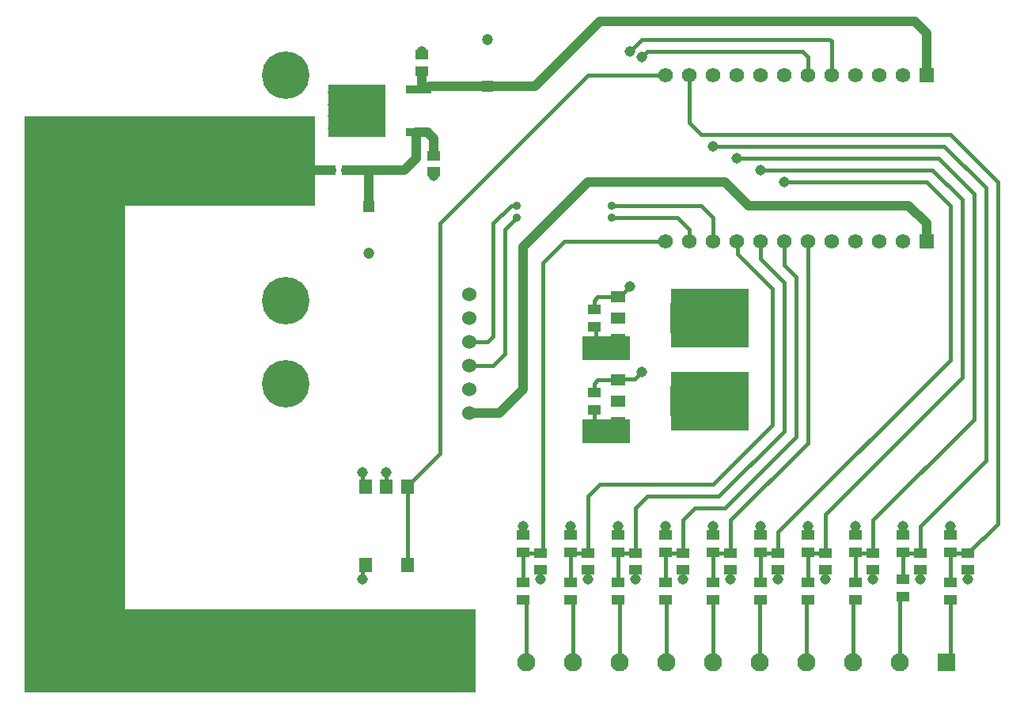
<source format=gtl>
G04*
G04 #@! TF.GenerationSoftware,Altium Limited,Altium Designer,21.6.4 (81)*
G04*
G04 Layer_Physical_Order=1*
G04 Layer_Color=255*
%FSLAX25Y25*%
%MOIN*%
G70*
G04*
G04 #@! TF.SameCoordinates,7FA0644F-06A5-4919-BB8C-97BE94AA254E*
G04*
G04*
G04 #@! TF.FilePolarity,Positive*
G04*
G01*
G75*
%ADD15R,0.05591X0.03937*%
%ADD16R,0.05433X0.04331*%
%ADD18R,0.11142X0.03819*%
%ADD19R,0.06299X0.04724*%
%ADD20R,0.06299X0.12992*%
%ADD21R,0.05512X0.06299*%
%ADD22R,0.03661X0.03898*%
%ADD41R,0.23976X0.22165*%
%ADD42C,0.01500*%
%ADD43C,0.04000*%
%ADD44R,0.20000X0.10000*%
%ADD45R,0.32500X0.25000*%
%ADD46C,0.07677*%
%ADD47R,0.07677X0.07677*%
%ADD48C,0.04724*%
%ADD49R,0.04724X0.04724*%
%ADD50C,0.20000*%
%ADD51C,0.06000*%
%ADD52C,0.06142*%
%ADD53R,0.06142X0.06142*%
%ADD54C,0.04500*%
%ADD55C,0.03500*%
G36*
X10000Y10000D02*
X200000D01*
Y45000D01*
X52500D01*
Y215000D01*
X132500D01*
Y252500D01*
X10000D01*
Y10000D01*
D02*
G37*
D15*
X400000Y48819D02*
D03*
Y56181D02*
D03*
Y76181D02*
D03*
Y68819D02*
D03*
X380000Y50138D02*
D03*
Y57500D02*
D03*
Y76181D02*
D03*
Y68819D02*
D03*
X360000Y48819D02*
D03*
Y56181D02*
D03*
Y76181D02*
D03*
Y68819D02*
D03*
X340000Y48819D02*
D03*
Y56181D02*
D03*
X320000Y48819D02*
D03*
Y56181D02*
D03*
X340000Y76181D02*
D03*
Y68819D02*
D03*
X320000Y76181D02*
D03*
Y68819D02*
D03*
X300000Y48819D02*
D03*
Y56181D02*
D03*
Y76181D02*
D03*
Y68819D02*
D03*
X280000Y48819D02*
D03*
Y56181D02*
D03*
Y76181D02*
D03*
Y68819D02*
D03*
X260000Y48819D02*
D03*
Y56181D02*
D03*
Y76181D02*
D03*
Y68819D02*
D03*
X240000Y48819D02*
D03*
Y56181D02*
D03*
Y76181D02*
D03*
Y68819D02*
D03*
X220000Y48819D02*
D03*
Y56181D02*
D03*
Y76181D02*
D03*
Y68819D02*
D03*
X250000Y171181D02*
D03*
Y163819D02*
D03*
Y136181D02*
D03*
Y128819D02*
D03*
D16*
X407500Y61602D02*
D03*
Y68398D02*
D03*
X387500Y61602D02*
D03*
Y68398D02*
D03*
X367500Y61602D02*
D03*
Y68398D02*
D03*
X347500Y61602D02*
D03*
Y68398D02*
D03*
X327500Y61602D02*
D03*
Y68398D02*
D03*
X307500Y61602D02*
D03*
Y68398D02*
D03*
X287500Y61602D02*
D03*
Y68398D02*
D03*
X267500Y61602D02*
D03*
Y68398D02*
D03*
X247500Y61602D02*
D03*
Y68398D02*
D03*
X227500Y61602D02*
D03*
Y68398D02*
D03*
X182500Y229102D02*
D03*
Y235898D02*
D03*
X177500Y278398D02*
D03*
Y271602D02*
D03*
D18*
X176181Y264016D02*
D03*
Y245984D02*
D03*
D19*
X259902Y158445D02*
D03*
Y167500D02*
D03*
Y176555D02*
D03*
Y123445D02*
D03*
Y132500D02*
D03*
Y141555D02*
D03*
D20*
X285098Y167500D02*
D03*
Y132500D02*
D03*
D21*
X162500Y96535D02*
D03*
X171358D02*
D03*
X153642D02*
D03*
Y63465D02*
D03*
X171358D02*
D03*
D22*
X139469Y230000D02*
D03*
X145531D02*
D03*
D41*
X150000Y255000D02*
D03*
D42*
X347500Y85000D02*
X405000Y142500D01*
X347500Y68398D02*
Y85000D01*
X340000Y76181D02*
Y80000D01*
X292500Y87500D02*
X305000D01*
X335000Y117500D01*
X307500Y82500D02*
X340000Y115000D01*
X335000Y117500D02*
Y185000D01*
X340000Y115000D02*
Y200000D01*
X307500Y68398D02*
Y82500D01*
X272500Y280000D02*
X337657D01*
X270000Y277500D02*
X272500Y280000D01*
X185000Y110571D02*
Y207500D01*
X247500Y270000D02*
X280000D01*
X185000Y207500D02*
X247500Y270000D01*
X171358Y96535D02*
Y96929D01*
X185000Y110571D01*
X171358Y63465D02*
Y96535D01*
X152500Y62323D02*
X153642Y63465D01*
X152500Y57500D02*
Y62323D01*
X162500Y96535D02*
Y102500D01*
X152500Y97677D02*
Y102500D01*
Y97677D02*
X153642Y96535D01*
X327289Y68608D02*
X327500Y68819D01*
Y77500D01*
X400000Y150000D01*
Y215000D01*
X390000Y225000D02*
X400000Y215000D01*
X330000Y225000D02*
X390000D01*
X392500Y230000D02*
X405000Y217500D01*
Y142500D02*
Y217500D01*
X367500Y82500D02*
X410000Y125000D01*
X395000Y235000D02*
X410000Y220000D01*
Y125000D02*
Y220000D01*
X387500Y80000D02*
X415000Y107500D01*
X397500Y240000D02*
X415000Y222500D01*
Y107500D02*
Y222500D01*
X407500Y68398D02*
X420000Y80898D01*
Y225000D01*
X400000Y245000D02*
X420000Y225000D01*
X212500Y153481D02*
Y205000D01*
X217500Y210000D01*
X217422Y214922D02*
X217500Y215000D01*
X207500Y207500D02*
X214922Y214922D01*
X217422D01*
X257500Y210000D02*
X285000D01*
X257500Y215000D02*
X295000D01*
X300000Y240000D02*
X397500D01*
X387500Y68819D02*
Y80000D01*
X320000Y230000D02*
X392500D01*
X400000Y76181D02*
Y80000D01*
X367500Y68398D02*
Y82500D01*
X310000Y235000D02*
X395000D01*
X387289Y68608D02*
X387500Y68819D01*
X407289Y68608D02*
X407500Y68398D01*
X360000Y76181D02*
Y80000D01*
X380000Y76181D02*
Y80000D01*
X220000Y76181D02*
Y80000D01*
X240000Y76181D02*
Y80000D01*
X260000Y76181D02*
Y80000D01*
X280000Y76181D02*
Y80000D01*
X300000Y76181D02*
Y80000D01*
X320000Y76181D02*
Y80000D01*
X247500Y68398D02*
Y92500D01*
X252500Y97500D01*
X300000D01*
X325000Y122500D01*
Y180000D01*
X310321Y194679D02*
Y199679D01*
Y194679D02*
X325000Y180000D01*
X310000Y200000D02*
X310321Y199679D01*
X267500Y68398D02*
Y87500D01*
X272500Y92500D01*
X302500D01*
X330000Y120000D01*
X287500Y82500D02*
X292500Y87500D01*
X287500Y68819D02*
Y82500D01*
X330000Y120000D02*
Y182500D01*
X320000Y192500D02*
Y200000D01*
Y192500D02*
X330000Y182500D01*
X287289Y68608D02*
X287500Y68819D01*
X330000Y190000D02*
X335000Y185000D01*
X330000Y190000D02*
Y200000D01*
X290000Y250000D02*
Y270000D01*
Y250000D02*
X295000Y245000D01*
X400000D01*
X228262Y68608D02*
Y190762D01*
X237500Y200000D02*
X280000D01*
X228262Y190762D02*
X237500Y200000D01*
X220211Y68608D02*
X228262D01*
X295000Y215000D02*
X300000Y210000D01*
X205000Y157500D02*
X207500Y160000D01*
Y207500D01*
X197500Y157500D02*
X205000D01*
X207500Y147500D02*
X212500Y152500D01*
X176181Y264016D02*
X176341D01*
X177500Y265175D01*
X119750Y235000D02*
X120000Y234750D01*
X125000Y235000D02*
X130000Y230000D01*
X120000Y235000D02*
X125000D01*
X259902Y176555D02*
X260689D01*
X265000Y180866D01*
X257210Y155290D02*
Y156540D01*
X253460D02*
X257210D01*
X257500Y152500D02*
Y155000D01*
X257210Y155290D02*
X257500Y155000D01*
X250000Y163819D02*
X250750Y163069D01*
X250000Y171181D02*
Y175000D01*
X251555Y176555D01*
X250750Y159250D02*
Y163069D01*
Y159250D02*
X253460Y156540D01*
X266917Y141917D02*
X270000Y145000D01*
X260264Y141917D02*
X266917D01*
X251555Y176555D02*
X259902D01*
X250000Y136181D02*
Y140000D01*
X251555Y141555D01*
X259902D01*
X251555Y123445D02*
X259902D01*
X250000Y125000D02*
Y128819D01*
Y125000D02*
X251555Y123445D01*
X120000Y175000D02*
X123324D01*
X265000Y280000D02*
X270000Y285000D01*
X340000Y270000D02*
Y277657D01*
X337657Y280000D02*
X340000Y277657D01*
X349121Y285000D02*
X350000Y284121D01*
X270000Y285000D02*
X349121D01*
X350000Y270000D02*
Y284121D01*
X120000Y234750D02*
Y235000D01*
Y231216D02*
Y234750D01*
Y231216D02*
X126770Y224446D01*
Y220730D02*
Y224446D01*
X300000Y200000D02*
Y210000D01*
X290000Y200000D02*
Y205000D01*
X285000Y210000D02*
X290000Y205000D01*
X197500Y147500D02*
X207500D01*
X120000Y235000D02*
X120250Y235250D01*
X280000Y56181D02*
Y68819D01*
X280211Y68608D01*
X287289D01*
X307289D02*
X307500Y68398D01*
X300211Y68608D02*
X307289D01*
X300000Y68819D02*
X300211Y68608D01*
X300000Y56181D02*
Y68819D01*
X320000D02*
X320211Y68608D01*
X327289D01*
X320000Y56181D02*
Y68819D01*
X340000Y56181D02*
Y68819D01*
X340211Y68608D02*
X347289D01*
X347500Y68398D01*
X340000Y68819D02*
X340211Y68608D01*
X360000Y68819D02*
X360211Y68608D01*
X367289D01*
X367500Y68398D01*
X360000Y56181D02*
Y68819D01*
X359055Y47874D02*
X360000Y48819D01*
X359055Y22500D02*
Y47874D01*
X378740Y48919D02*
X379959Y50138D01*
X378740Y22500D02*
Y48919D01*
X379959Y50138D02*
X380000D01*
Y57500D02*
Y68819D01*
X380211Y68608D01*
X387289D01*
X400000Y68819D02*
X400211Y68608D01*
X407289D01*
X400000Y56181D02*
Y68819D01*
X398425Y22500D02*
X400000Y24075D01*
Y48819D01*
X339370Y22500D02*
Y48189D01*
X340000Y48819D01*
X319685Y22500D02*
Y48504D01*
X320000Y48819D01*
X300000Y22500D02*
Y48819D01*
X280315Y22500D02*
Y48504D01*
X280000Y48819D02*
X280315Y48504D01*
X267289Y68608D02*
X267500Y68398D01*
X260000Y68819D02*
X260211Y68608D01*
X267289D01*
X260000Y56181D02*
Y68819D01*
Y48819D02*
X260630Y48189D01*
Y22500D02*
Y48189D01*
X247289Y68608D02*
X247500Y68398D01*
X240000Y68819D02*
X240211Y68608D01*
X247289D01*
X240000Y56181D02*
Y68819D01*
Y48819D02*
X240945Y47874D01*
Y22500D02*
Y47874D01*
X220000Y56181D02*
Y68608D01*
Y68819D02*
X220211Y68608D01*
X220000Y48819D02*
X220041D01*
X221260Y47600D01*
Y22500D02*
Y47600D01*
D43*
X390000Y200000D02*
Y207500D01*
X382500Y215000D02*
X390000Y207500D01*
X315000Y215000D02*
X382500D01*
X305000Y225000D02*
X315000Y215000D01*
X247500Y225000D02*
X305000D01*
X220000Y197500D02*
X247500Y225000D01*
X220000Y137500D02*
Y197500D01*
X210000Y127500D02*
X220000Y137500D01*
X197500Y127500D02*
X210000D01*
X225157Y265158D02*
X252500Y292500D01*
X180803Y265158D02*
X225157D01*
X179752Y264106D02*
X180803Y265158D01*
X155000Y214685D02*
Y230000D01*
X145531D02*
X155000D01*
X170000D01*
X177500Y265175D02*
Y271602D01*
X182500Y235898D02*
Y243146D01*
X179661Y245984D02*
X182500Y243146D01*
X176181Y245984D02*
X179661D01*
X175000Y245894D02*
X175091Y245984D01*
X175000Y235000D02*
Y245894D01*
X175091Y245984D02*
X176181D01*
X170000Y230000D02*
X175000Y235000D01*
X130000Y230000D02*
X139469D01*
X252500Y292500D02*
X385000D01*
X259902Y141555D02*
X260264Y141917D01*
X126770Y220730D02*
X130000Y217500D01*
X390000Y270000D02*
Y287500D01*
X385000Y292500D02*
X390000Y287500D01*
D44*
X255000Y120000D02*
D03*
Y155000D02*
D03*
D45*
X298750Y132500D02*
D03*
Y167500D02*
D03*
D46*
X15020Y22500D02*
D03*
X34705D02*
D03*
X54390D02*
D03*
X74075D02*
D03*
X93760D02*
D03*
X113445D02*
D03*
X133130D02*
D03*
X152815D02*
D03*
X172500D02*
D03*
X221260D02*
D03*
X240945D02*
D03*
X260630D02*
D03*
X280315D02*
D03*
X300000D02*
D03*
X319685D02*
D03*
X339370D02*
D03*
X359055D02*
D03*
X378740D02*
D03*
D47*
X192185D02*
D03*
X398425D02*
D03*
D48*
X205000Y284842D02*
D03*
X155000Y195000D02*
D03*
D49*
X205000Y265158D02*
D03*
X155000Y214685D02*
D03*
D50*
X305000Y167500D02*
D03*
Y132500D02*
D03*
X120000Y175000D02*
D03*
Y140000D02*
D03*
Y270000D02*
D03*
Y235000D02*
D03*
D51*
X197500Y157500D02*
D03*
Y167500D02*
D03*
Y177500D02*
D03*
Y147500D02*
D03*
Y137500D02*
D03*
Y127500D02*
D03*
D52*
X350000Y200000D02*
D03*
X360000D02*
D03*
X370000D02*
D03*
X380000D02*
D03*
X300000D02*
D03*
X310000D02*
D03*
X320000D02*
D03*
X330000D02*
D03*
X340000D02*
D03*
X290000D02*
D03*
X280000D02*
D03*
X350000Y270000D02*
D03*
X360000D02*
D03*
X370000D02*
D03*
X380000D02*
D03*
X300000D02*
D03*
X310000D02*
D03*
X320000D02*
D03*
X330000D02*
D03*
X340000D02*
D03*
X290000D02*
D03*
X280000D02*
D03*
D53*
X390000Y200000D02*
D03*
Y270000D02*
D03*
D54*
X340000Y80000D02*
D03*
X270000Y277500D02*
D03*
X140000Y262500D02*
D03*
Y257500D02*
D03*
Y252500D02*
D03*
Y247500D02*
D03*
X182500Y227500D02*
D03*
X162500Y102500D02*
D03*
X152500D02*
D03*
Y57500D02*
D03*
X400000Y80000D02*
D03*
X407500Y57500D02*
D03*
X330000Y225000D02*
D03*
X320000Y230000D02*
D03*
X310000Y235000D02*
D03*
X300000Y240000D02*
D03*
X287500Y57500D02*
D03*
X267500D02*
D03*
X247500D02*
D03*
X227500D02*
D03*
X307500D02*
D03*
X327500D02*
D03*
X347500D02*
D03*
X367500D02*
D03*
X387500D02*
D03*
X220000Y80000D02*
D03*
X240000D02*
D03*
X260000D02*
D03*
X280000D02*
D03*
X380000D02*
D03*
X320000D02*
D03*
X300000D02*
D03*
X360000D02*
D03*
X270000Y145000D02*
D03*
X265000Y180866D02*
D03*
Y280000D02*
D03*
X252500Y122500D02*
D03*
X247500D02*
D03*
Y152500D02*
D03*
X252500Y157500D02*
D03*
X257500Y117500D02*
D03*
X262500D02*
D03*
X252500Y152500D02*
D03*
X247500Y157500D02*
D03*
X257500Y152500D02*
D03*
X262500D02*
D03*
X247500Y117500D02*
D03*
X252500D02*
D03*
X177500Y280000D02*
D03*
D55*
X217500Y215000D02*
D03*
Y210000D02*
D03*
X257500D02*
D03*
Y215000D02*
D03*
M02*

</source>
